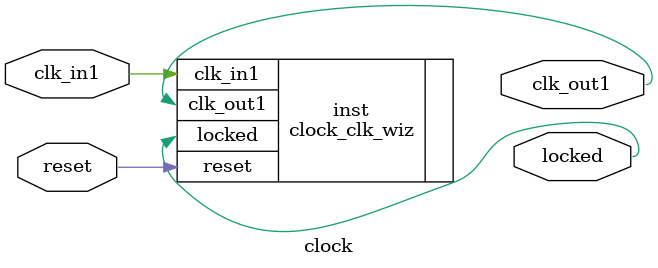
<source format=v>


`timescale 1ps/1ps

(* CORE_GENERATION_INFO = "clock,clk_wiz_v6_0_13_0_0,{component_name=clock,use_phase_alignment=true,use_min_o_jitter=false,use_max_i_jitter=false,use_dyn_phase_shift=false,use_inclk_switchover=false,use_dyn_reconfig=false,enable_axi=0,feedback_source=FDBK_AUTO,PRIMITIVE=MMCM,num_out_clk=1,clkin1_period=5.000,clkin2_period=10.0,use_power_down=false,use_reset=true,use_locked=true,use_inclk_stopped=false,feedback_type=SINGLE,CLOCK_MGR_TYPE=NA,manual_override=false}" *)

module clock 
 (
  // Clock out ports
  output        clk_out1,
  // Status and control signals
  input         reset,
  output        locked,
 // Clock in ports
  input         clk_in1
 );

  clock_clk_wiz inst
  (
  // Clock out ports  
  .clk_out1(clk_out1),
  // Status and control signals               
  .reset(reset), 
  .locked(locked),
 // Clock in ports
  .clk_in1(clk_in1)
  );

endmodule

</source>
